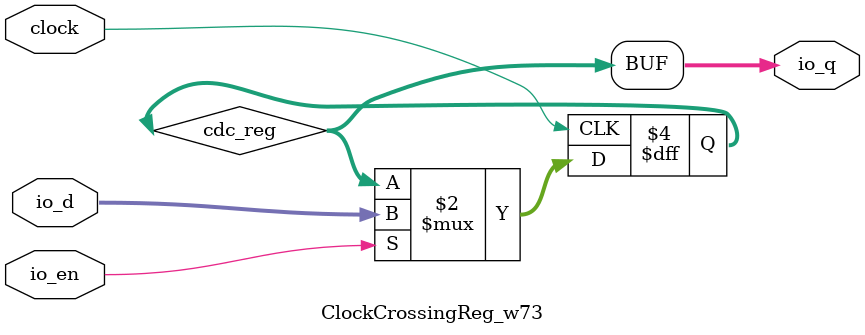
<source format=sv>
`ifndef RANDOMIZE
  `ifdef RANDOMIZE_REG_INIT
    `define RANDOMIZE
  `endif // RANDOMIZE_REG_INIT
`endif // not def RANDOMIZE
`ifndef RANDOMIZE
  `ifdef RANDOMIZE_MEM_INIT
    `define RANDOMIZE
  `endif // RANDOMIZE_MEM_INIT
`endif // not def RANDOMIZE

`ifndef RANDOM
  `define RANDOM $random
`endif // not def RANDOM

// Users can define 'PRINTF_COND' to add an extra gate to prints.
`ifndef PRINTF_COND_
  `ifdef PRINTF_COND
    `define PRINTF_COND_ (`PRINTF_COND)
  `else  // PRINTF_COND
    `define PRINTF_COND_ 1
  `endif // PRINTF_COND
`endif // not def PRINTF_COND_

// Users can define 'ASSERT_VERBOSE_COND' to add an extra gate to assert error printing.
`ifndef ASSERT_VERBOSE_COND_
  `ifdef ASSERT_VERBOSE_COND
    `define ASSERT_VERBOSE_COND_ (`ASSERT_VERBOSE_COND)
  `else  // ASSERT_VERBOSE_COND
    `define ASSERT_VERBOSE_COND_ 1
  `endif // ASSERT_VERBOSE_COND
`endif // not def ASSERT_VERBOSE_COND_

// Users can define 'STOP_COND' to add an extra gate to stop conditions.
`ifndef STOP_COND_
  `ifdef STOP_COND
    `define STOP_COND_ (`STOP_COND)
  `else  // STOP_COND
    `define STOP_COND_ 1
  `endif // STOP_COND
`endif // not def STOP_COND_

// Users can define INIT_RANDOM as general code that gets injected into the
// initializer block for modules with registers.
`ifndef INIT_RANDOM
  `define INIT_RANDOM
`endif // not def INIT_RANDOM

// If using random initialization, you can also define RANDOMIZE_DELAY to
// customize the delay used, otherwise 0.002 is used.
`ifndef RANDOMIZE_DELAY
  `define RANDOMIZE_DELAY 0.002
`endif // not def RANDOMIZE_DELAY

// Define INIT_RANDOM_PROLOG_ for use in our modules below.
`ifndef INIT_RANDOM_PROLOG_
  `ifdef RANDOMIZE
    `ifdef VERILATOR
      `define INIT_RANDOM_PROLOG_ `INIT_RANDOM
    `else  // VERILATOR
      `define INIT_RANDOM_PROLOG_ `INIT_RANDOM #`RANDOMIZE_DELAY begin end
    `endif // VERILATOR
  `else  // RANDOMIZE
    `define INIT_RANDOM_PROLOG_
  `endif // RANDOMIZE
`endif // not def INIT_RANDOM_PROLOG_

module ClockCrossingReg_w73(
  input         clock,
  input  [72:0] io_d,
  input         io_en,
  output [72:0] io_q
);

  reg [72:0] cdc_reg;	// @[Reg.scala:19:16]
  always @(posedge clock) begin
    if (io_en)
      cdc_reg <= io_d;	// @[Reg.scala:19:16]
  end // always @(posedge)
  `ifndef SYNTHESIS
    `ifdef FIRRTL_BEFORE_INITIAL
      `FIRRTL_BEFORE_INITIAL
    `endif // FIRRTL_BEFORE_INITIAL
    logic [31:0] _RANDOM_0;
    logic [31:0] _RANDOM_1;
    logic [31:0] _RANDOM_2;
    initial begin
      `ifdef INIT_RANDOM_PROLOG_
        `INIT_RANDOM_PROLOG_
      `endif // INIT_RANDOM_PROLOG_
      `ifdef RANDOMIZE_REG_INIT
        _RANDOM_0 = `RANDOM;
        _RANDOM_1 = `RANDOM;
        _RANDOM_2 = `RANDOM;
        cdc_reg = {_RANDOM_0, _RANDOM_1, _RANDOM_2[8:0]};	// @[Reg.scala:19:16]
      `endif // RANDOMIZE_REG_INIT
    end // initial
    `ifdef FIRRTL_AFTER_INITIAL
      `FIRRTL_AFTER_INITIAL
    `endif // FIRRTL_AFTER_INITIAL
  `endif // not def SYNTHESIS
  assign io_q = cdc_reg;	// @[Reg.scala:19:16]
endmodule


</source>
